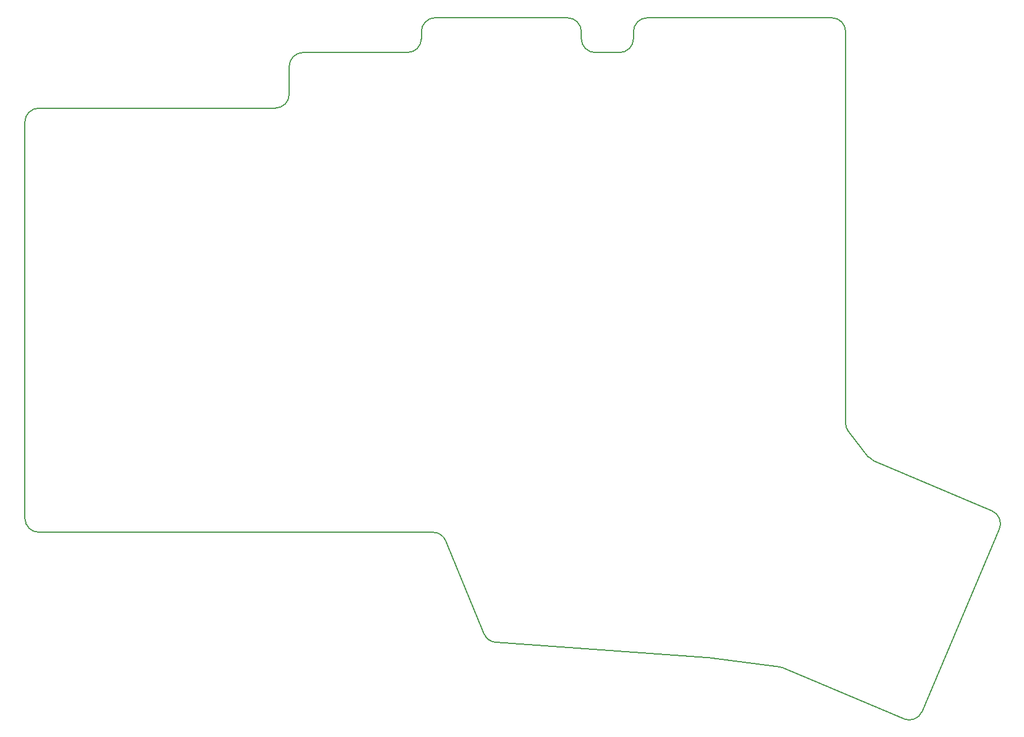
<source format=gbr>
%TF.GenerationSoftware,KiCad,Pcbnew,8.0.6*%
%TF.CreationDate,2024-12-24T11:18:05+01:00*%
%TF.ProjectId,left,6c656674-2e6b-4696-9361-645f70636258,v1.0.0*%
%TF.SameCoordinates,Original*%
%TF.FileFunction,Profile,NP*%
%FSLAX46Y46*%
G04 Gerber Fmt 4.6, Leading zero omitted, Abs format (unit mm)*
G04 Created by KiCad (PCBNEW 8.0.6) date 2024-12-24 11:18:05*
%MOMM*%
%LPD*%
G01*
G04 APERTURE LIST*
%TA.AperFunction,Profile*%
%ADD10C,0.150000*%
%TD*%
G04 APERTURE END LIST*
D10*
X147093769Y-190890232D02*
G75*
G02*
X147619469Y-191032804I-255769J-1983568D01*
G01*
X95500000Y-99500000D02*
G75*
G02*
X97500000Y-97500000I2000000J0D01*
G01*
X136536106Y-189532096D02*
X106232850Y-187339215D01*
X95500000Y-100500000D02*
X95500000Y-99500000D01*
X177554771Y-168432870D02*
G75*
G02*
X178614339Y-171055350I-781471J-1841030D01*
G01*
X97500000Y-97500000D02*
X116500000Y-97500000D01*
X120500000Y-102500000D02*
X124000000Y-102500000D01*
X136536107Y-189532096D02*
G75*
G02*
X136647516Y-189543299I-144407J-1995604D01*
G01*
X126000000Y-100500000D02*
X126000000Y-99500000D01*
X154500000Y-97500000D02*
G75*
G02*
X156500000Y-99500000I0J-2000000D01*
G01*
X160535595Y-161208658D02*
X177554771Y-168432870D01*
X156500000Y-99500000D02*
X156500000Y-155804840D01*
X118500000Y-99500000D02*
X118500000Y-100500000D01*
X167478482Y-197289730D02*
G75*
G02*
X164856018Y-198349260I-1840982J781430D01*
G01*
X156931159Y-157045298D02*
G75*
G02*
X156499976Y-155804840I1568841J1240498D01*
G01*
X104528453Y-186107406D02*
X99010518Y-172737025D01*
X76500000Y-108500000D02*
G75*
G02*
X74500000Y-110500000I-2000000J0D01*
G01*
X116500000Y-97500000D02*
G75*
G02*
X118500000Y-99500000I0J-2000000D01*
G01*
X78500000Y-102500000D02*
X93500000Y-102500000D01*
X76500000Y-104500000D02*
G75*
G02*
X78500000Y-102500000I2000000J0D01*
G01*
X38500000Y-112500000D02*
G75*
G02*
X40500000Y-110500000I2000000J0D01*
G01*
X178614319Y-171055342D02*
X167478482Y-197289730D01*
X128000000Y-97500000D02*
X154500000Y-97500000D01*
X164856010Y-198349278D02*
X147619470Y-191032801D01*
X40500000Y-171500000D02*
G75*
G02*
X38500000Y-169500000I0J2000000D01*
G01*
X147093769Y-190890231D02*
X136647516Y-189543301D01*
X160535595Y-161208659D02*
G75*
G02*
X159748241Y-160608087I781505J1840959D01*
G01*
X120500000Y-102500000D02*
G75*
G02*
X118500000Y-100500000I0J2000000D01*
G01*
X97161770Y-171500000D02*
X40500000Y-171500000D01*
X126000000Y-100500000D02*
G75*
G02*
X124000000Y-102500000I-2000000J0D01*
G01*
X95500000Y-100500000D02*
G75*
G02*
X93500000Y-102500000I-2000000J0D01*
G01*
X38500000Y-169500000D02*
X38500000Y-112500000D01*
X106232849Y-187339215D02*
G75*
G02*
X104528434Y-186107414I144351J1994815D01*
G01*
X126000000Y-99500000D02*
G75*
G02*
X128000000Y-97500000I2000000J0D01*
G01*
X97161770Y-171500000D02*
G75*
G02*
X99010544Y-172737014I30J-2000000D01*
G01*
X76500000Y-108500000D02*
X76500000Y-104500000D01*
X40500000Y-110500000D02*
X74500000Y-110500000D01*
X156931159Y-157045298D02*
X159748216Y-160608107D01*
M02*

</source>
